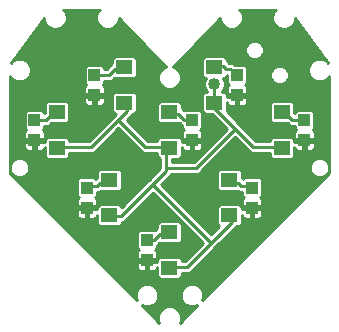
<source format=gtl>
G75*
%MOIN*%
%OFA0B0*%
%FSLAX25Y25*%
%IPPOS*%
%LPD*%
%AMOC8*
5,1,8,0,0,1.08239X$1,22.5*
%
%ADD10R,0.05512X0.04724*%
%ADD11R,0.03937X0.04331*%
%ADD12C,0.04000*%
%ADD13C,0.01000*%
%ADD14C,0.03500*%
D10*
X0188333Y0115344D03*
X0188333Y0127156D03*
X0168333Y0132844D03*
X0168333Y0144656D03*
X0150833Y0155344D03*
X0150833Y0167156D03*
X0173333Y0170344D03*
X0188333Y0167156D03*
X0203333Y0170344D03*
X0225833Y0167156D03*
X0225833Y0155344D03*
X0208333Y0144656D03*
X0188333Y0155344D03*
X0208333Y0132844D03*
X0203333Y0182156D03*
X0173333Y0182156D03*
D11*
X0163333Y0179596D03*
X0163333Y0172904D03*
X0143333Y0164596D03*
X0143333Y0157904D03*
X0160833Y0142096D03*
X0160833Y0135404D03*
X0180833Y0124596D03*
X0180833Y0117904D03*
X0215833Y0135404D03*
X0215833Y0142096D03*
X0233333Y0157904D03*
X0233333Y0164596D03*
X0210833Y0172904D03*
X0210833Y0179596D03*
X0195833Y0164596D03*
X0195833Y0157904D03*
D12*
X0203333Y0176500D03*
D13*
X0179156Y0102832D02*
X0184915Y0097072D01*
X0184533Y0097994D01*
X0184533Y0099506D01*
X0185112Y0100903D01*
X0186181Y0101971D01*
X0187577Y0102550D01*
X0189089Y0102550D01*
X0190486Y0101971D01*
X0191555Y0100903D01*
X0192133Y0099506D01*
X0192133Y0097994D01*
X0191751Y0097072D01*
X0197511Y0102832D01*
X0196589Y0102450D01*
X0195077Y0102450D01*
X0193681Y0103029D01*
X0192612Y0104097D01*
X0192033Y0105494D01*
X0192033Y0107006D01*
X0192612Y0108403D01*
X0193681Y0109471D01*
X0195077Y0110050D01*
X0196589Y0110050D01*
X0197986Y0109471D01*
X0199055Y0108403D01*
X0199633Y0107006D01*
X0199633Y0105494D01*
X0199251Y0104572D01*
X0241633Y0146954D01*
X0241633Y0179287D01*
X0241555Y0179097D01*
X0240486Y0178029D01*
X0239089Y0177450D01*
X0237577Y0177450D01*
X0236181Y0178029D01*
X0235112Y0179097D01*
X0234533Y0180494D01*
X0234533Y0182006D01*
X0235112Y0183403D01*
X0236181Y0184471D01*
X0237577Y0185050D01*
X0239089Y0185050D01*
X0240486Y0184471D01*
X0241243Y0183714D01*
X0230258Y0198520D01*
X0230258Y0197994D01*
X0229680Y0196597D01*
X0228611Y0195529D01*
X0227214Y0194950D01*
X0225702Y0194950D01*
X0224306Y0195529D01*
X0223237Y0196597D01*
X0222658Y0197994D01*
X0222658Y0199506D01*
X0223237Y0200903D01*
X0223759Y0201425D01*
X0211657Y0201425D01*
X0212180Y0200903D01*
X0212758Y0199506D01*
X0212758Y0197994D01*
X0212180Y0196597D01*
X0211111Y0195529D01*
X0209714Y0194950D01*
X0208202Y0194950D01*
X0206806Y0195529D01*
X0205737Y0196597D01*
X0205158Y0197994D01*
X0205158Y0198691D01*
X0190022Y0183050D01*
X0190022Y0183018D01*
X0189535Y0182548D01*
X0189409Y0182417D01*
X0190486Y0181971D01*
X0191555Y0180903D01*
X0192133Y0179506D01*
X0192133Y0177994D01*
X0191555Y0176597D01*
X0190486Y0175529D01*
X0189089Y0174950D01*
X0187577Y0174950D01*
X0186181Y0175529D01*
X0185112Y0176597D01*
X0184533Y0177994D01*
X0184533Y0179506D01*
X0185112Y0180903D01*
X0186181Y0181971D01*
X0187257Y0182417D01*
X0187131Y0182548D01*
X0186645Y0183018D01*
X0186645Y0183050D01*
X0171508Y0198691D01*
X0171508Y0197994D01*
X0170930Y0196597D01*
X0169861Y0195529D01*
X0168464Y0194950D01*
X0166952Y0194950D01*
X0165556Y0195529D01*
X0164487Y0196597D01*
X0163908Y0197994D01*
X0163908Y0199506D01*
X0164487Y0200903D01*
X0165009Y0201425D01*
X0152907Y0201425D01*
X0153430Y0200903D01*
X0154008Y0199506D01*
X0154008Y0197994D01*
X0153430Y0196597D01*
X0152361Y0195529D01*
X0150964Y0194950D01*
X0149452Y0194950D01*
X0148056Y0195529D01*
X0146987Y0196597D01*
X0146408Y0197994D01*
X0146408Y0198520D01*
X0135424Y0183714D01*
X0136181Y0184471D01*
X0137577Y0185050D01*
X0139089Y0185050D01*
X0140486Y0184471D01*
X0141555Y0183403D01*
X0142133Y0182006D01*
X0142133Y0180494D01*
X0141555Y0179097D01*
X0140486Y0178029D01*
X0139089Y0177450D01*
X0137577Y0177450D01*
X0136181Y0178029D01*
X0135112Y0179097D01*
X0135033Y0179287D01*
X0135033Y0146954D01*
X0177415Y0104572D01*
X0177033Y0105494D01*
X0177033Y0107006D01*
X0177612Y0108403D01*
X0178681Y0109471D01*
X0180077Y0110050D01*
X0181589Y0110050D01*
X0182986Y0109471D01*
X0184055Y0108403D01*
X0184633Y0107006D01*
X0184633Y0105494D01*
X0184055Y0104097D01*
X0182986Y0103029D01*
X0181589Y0102450D01*
X0180077Y0102450D01*
X0179156Y0102832D01*
X0179266Y0102722D02*
X0179421Y0102722D01*
X0180264Y0101723D02*
X0185933Y0101723D01*
X0185038Y0100725D02*
X0181263Y0100725D01*
X0182261Y0099726D02*
X0184625Y0099726D01*
X0184533Y0098728D02*
X0183260Y0098728D01*
X0184258Y0097729D02*
X0184643Y0097729D01*
X0190734Y0101723D02*
X0196402Y0101723D01*
X0197245Y0102722D02*
X0197401Y0102722D01*
X0199312Y0104719D02*
X0199398Y0104719D01*
X0199633Y0105717D02*
X0200396Y0105717D01*
X0199633Y0106716D02*
X0201395Y0106716D01*
X0202393Y0107714D02*
X0199340Y0107714D01*
X0198745Y0108713D02*
X0203392Y0108713D01*
X0204390Y0109711D02*
X0197407Y0109711D01*
X0194260Y0109711D02*
X0182407Y0109711D01*
X0183745Y0108713D02*
X0192922Y0108713D01*
X0192327Y0107714D02*
X0184340Y0107714D01*
X0184633Y0106716D02*
X0192033Y0106716D01*
X0192033Y0105717D02*
X0184633Y0105717D01*
X0184312Y0104719D02*
X0192355Y0104719D01*
X0192989Y0103720D02*
X0183678Y0103720D01*
X0182245Y0102722D02*
X0194421Y0102722D01*
X0195404Y0100725D02*
X0191628Y0100725D01*
X0192042Y0099726D02*
X0194405Y0099726D01*
X0193407Y0098728D02*
X0192133Y0098728D01*
X0192024Y0097729D02*
X0192408Y0097729D01*
X0177355Y0104719D02*
X0177269Y0104719D01*
X0177033Y0105717D02*
X0176270Y0105717D01*
X0177033Y0106716D02*
X0175272Y0106716D01*
X0174273Y0107714D02*
X0177327Y0107714D01*
X0177922Y0108713D02*
X0173275Y0108713D01*
X0172276Y0109711D02*
X0179260Y0109711D01*
X0184277Y0112444D02*
X0185039Y0111682D01*
X0191628Y0111682D01*
X0192389Y0112444D01*
X0192389Y0113750D01*
X0195162Y0113750D01*
X0204333Y0122922D01*
X0210162Y0128750D01*
X0210594Y0129182D01*
X0211628Y0129182D01*
X0212389Y0129944D01*
X0212389Y0132950D01*
X0212467Y0132659D01*
X0212665Y0132317D01*
X0212944Y0132038D01*
X0213286Y0131840D01*
X0213667Y0131738D01*
X0215349Y0131738D01*
X0215349Y0134919D01*
X0216318Y0134919D01*
X0216318Y0135888D01*
X0219302Y0135888D01*
X0219302Y0137766D01*
X0219200Y0138148D01*
X0219002Y0138490D01*
X0218723Y0138769D01*
X0218568Y0138859D01*
X0219102Y0139393D01*
X0219102Y0144800D01*
X0218340Y0145562D01*
X0213326Y0145562D01*
X0212838Y0145074D01*
X0212389Y0145523D01*
X0212389Y0147556D01*
X0211628Y0148318D01*
X0205039Y0148318D01*
X0204277Y0147556D01*
X0204277Y0141755D01*
X0205039Y0140993D01*
X0211262Y0140993D01*
X0211505Y0140750D01*
X0212565Y0140750D01*
X0212565Y0139393D01*
X0213099Y0138859D01*
X0212944Y0138769D01*
X0212665Y0138490D01*
X0212467Y0138148D01*
X0212365Y0137766D01*
X0212365Y0135888D01*
X0215349Y0135888D01*
X0215349Y0134919D01*
X0212389Y0134919D01*
X0212389Y0135745D01*
X0211628Y0136507D01*
X0205039Y0136507D01*
X0204277Y0135745D01*
X0204277Y0129944D01*
X0204988Y0129233D01*
X0202333Y0126578D01*
X0185662Y0143250D01*
X0188162Y0145750D01*
X0189162Y0146750D01*
X0198162Y0146750D01*
X0199333Y0147922D01*
X0210333Y0158922D01*
X0215505Y0153750D01*
X0221777Y0153750D01*
X0221777Y0152444D01*
X0222539Y0151682D01*
X0229128Y0151682D01*
X0229889Y0152444D01*
X0229889Y0155450D01*
X0229967Y0155159D01*
X0230165Y0154817D01*
X0230444Y0154538D01*
X0230786Y0154340D01*
X0231167Y0154238D01*
X0232849Y0154238D01*
X0232849Y0157419D01*
X0233818Y0157419D01*
X0233818Y0158388D01*
X0236802Y0158388D01*
X0236802Y0160266D01*
X0236700Y0160648D01*
X0236502Y0160990D01*
X0236223Y0161269D01*
X0236068Y0161359D01*
X0236602Y0161893D01*
X0236602Y0167300D01*
X0235840Y0168062D01*
X0230826Y0168062D01*
X0230065Y0167300D01*
X0230065Y0166847D01*
X0229889Y0167023D01*
X0229889Y0170056D01*
X0229128Y0170818D01*
X0222539Y0170818D01*
X0221777Y0170056D01*
X0221777Y0164255D01*
X0222539Y0163493D01*
X0227762Y0163493D01*
X0228505Y0162750D01*
X0230065Y0162750D01*
X0230065Y0161893D01*
X0230599Y0161359D01*
X0230444Y0161269D01*
X0230165Y0160990D01*
X0229967Y0160648D01*
X0229865Y0160266D01*
X0229865Y0158388D01*
X0232849Y0158388D01*
X0232849Y0157419D01*
X0229889Y0157419D01*
X0229889Y0158245D01*
X0229128Y0159007D01*
X0222539Y0159007D01*
X0221777Y0158245D01*
X0221777Y0157750D01*
X0217162Y0157750D01*
X0211162Y0163750D01*
X0207389Y0167523D01*
X0207389Y0170450D01*
X0207467Y0170159D01*
X0207665Y0169817D01*
X0207944Y0169538D01*
X0208286Y0169340D01*
X0208667Y0169238D01*
X0210349Y0169238D01*
X0210349Y0172419D01*
X0211318Y0172419D01*
X0211318Y0173388D01*
X0214302Y0173388D01*
X0214302Y0175266D01*
X0214200Y0175648D01*
X0214002Y0175990D01*
X0213723Y0176269D01*
X0213568Y0176359D01*
X0214102Y0176893D01*
X0214102Y0182300D01*
X0213340Y0183062D01*
X0209989Y0183062D01*
X0209838Y0183199D01*
X0209287Y0183750D01*
X0209230Y0183750D01*
X0209188Y0183788D01*
X0208409Y0183750D01*
X0208162Y0183750D01*
X0207389Y0184523D01*
X0207389Y0185056D01*
X0206628Y0185818D01*
X0200039Y0185818D01*
X0199277Y0185056D01*
X0199277Y0179255D01*
X0200039Y0178493D01*
X0200377Y0178493D01*
X0200366Y0178483D01*
X0199833Y0177196D01*
X0199833Y0175804D01*
X0200366Y0174517D01*
X0200877Y0174007D01*
X0200039Y0174007D01*
X0199277Y0173245D01*
X0199277Y0167444D01*
X0200039Y0166682D01*
X0202573Y0166682D01*
X0207505Y0161750D01*
X0196505Y0150750D01*
X0189333Y0150750D01*
X0189333Y0151682D01*
X0191628Y0151682D01*
X0192389Y0152444D01*
X0192389Y0155450D01*
X0192467Y0155159D01*
X0192665Y0154817D01*
X0192944Y0154538D01*
X0193286Y0154340D01*
X0193667Y0154238D01*
X0195349Y0154238D01*
X0195349Y0157419D01*
X0196318Y0157419D01*
X0196318Y0158388D01*
X0199302Y0158388D01*
X0199302Y0160266D01*
X0199200Y0160648D01*
X0199002Y0160990D01*
X0198723Y0161269D01*
X0198568Y0161359D01*
X0199102Y0161893D01*
X0199102Y0167300D01*
X0198340Y0168062D01*
X0193326Y0168062D01*
X0193088Y0167824D01*
X0192389Y0168523D01*
X0192389Y0170056D01*
X0191628Y0170818D01*
X0185039Y0170818D01*
X0184277Y0170056D01*
X0184277Y0164255D01*
X0185039Y0163493D01*
X0191628Y0163493D01*
X0191695Y0163560D01*
X0192505Y0162750D01*
X0192565Y0162750D01*
X0192565Y0161893D01*
X0193099Y0161359D01*
X0192944Y0161269D01*
X0192665Y0160990D01*
X0192467Y0160648D01*
X0192365Y0160266D01*
X0192365Y0158388D01*
X0195349Y0158388D01*
X0195349Y0157419D01*
X0192389Y0157419D01*
X0192389Y0158245D01*
X0191628Y0159007D01*
X0185039Y0159007D01*
X0184277Y0158245D01*
X0184277Y0157750D01*
X0181162Y0157750D01*
X0174162Y0164750D01*
X0175162Y0165750D01*
X0176094Y0166682D01*
X0176628Y0166682D01*
X0177389Y0167444D01*
X0177389Y0173245D01*
X0176628Y0174007D01*
X0170039Y0174007D01*
X0169277Y0173245D01*
X0169277Y0167444D01*
X0170039Y0166682D01*
X0170437Y0166682D01*
X0161505Y0157750D01*
X0154889Y0157750D01*
X0154889Y0158245D01*
X0154128Y0159007D01*
X0147539Y0159007D01*
X0146777Y0158245D01*
X0146777Y0157419D01*
X0143818Y0157419D01*
X0143818Y0158388D01*
X0146802Y0158388D01*
X0146802Y0160266D01*
X0146700Y0160648D01*
X0146502Y0160990D01*
X0146223Y0161269D01*
X0146068Y0161359D01*
X0146602Y0161893D01*
X0146602Y0162750D01*
X0148162Y0162750D01*
X0148905Y0163493D01*
X0154128Y0163493D01*
X0154889Y0164255D01*
X0154889Y0170056D01*
X0154128Y0170818D01*
X0147539Y0170818D01*
X0146777Y0170056D01*
X0146777Y0167023D01*
X0146602Y0166847D01*
X0146602Y0167300D01*
X0145840Y0168062D01*
X0140826Y0168062D01*
X0140065Y0167300D01*
X0140065Y0161893D01*
X0140599Y0161359D01*
X0140444Y0161269D01*
X0140165Y0160990D01*
X0139967Y0160648D01*
X0139865Y0160266D01*
X0139865Y0158388D01*
X0142849Y0158388D01*
X0142849Y0157419D01*
X0143818Y0157419D01*
X0143818Y0154238D01*
X0145499Y0154238D01*
X0145881Y0154340D01*
X0146223Y0154538D01*
X0146502Y0154817D01*
X0146700Y0155159D01*
X0146777Y0155450D01*
X0146777Y0152444D01*
X0147539Y0151682D01*
X0154128Y0151682D01*
X0154889Y0152444D01*
X0154889Y0153750D01*
X0163162Y0153750D01*
X0171333Y0161922D01*
X0178333Y0154922D01*
X0179505Y0153750D01*
X0184277Y0153750D01*
X0184277Y0152444D01*
X0185039Y0151682D01*
X0185333Y0151682D01*
X0185333Y0148578D01*
X0181505Y0144750D01*
X0181505Y0144750D01*
X0180333Y0143578D01*
X0172389Y0135634D01*
X0172389Y0135745D01*
X0171628Y0136507D01*
X0165039Y0136507D01*
X0164277Y0135745D01*
X0164277Y0134919D01*
X0161318Y0134919D01*
X0161318Y0135888D01*
X0164302Y0135888D01*
X0164302Y0137766D01*
X0164200Y0138148D01*
X0164002Y0138490D01*
X0163723Y0138769D01*
X0163568Y0138859D01*
X0164102Y0139393D01*
X0164102Y0140750D01*
X0165162Y0140750D01*
X0165405Y0140993D01*
X0171628Y0140993D01*
X0172389Y0141755D01*
X0172389Y0147556D01*
X0171628Y0148318D01*
X0165039Y0148318D01*
X0164277Y0147556D01*
X0164277Y0145523D01*
X0163829Y0145074D01*
X0163340Y0145562D01*
X0158326Y0145562D01*
X0157565Y0144800D01*
X0157565Y0139393D01*
X0158099Y0138859D01*
X0157944Y0138769D01*
X0157665Y0138490D01*
X0157467Y0138148D01*
X0157365Y0137766D01*
X0157365Y0135888D01*
X0160349Y0135888D01*
X0160349Y0134919D01*
X0161318Y0134919D01*
X0161318Y0131738D01*
X0162999Y0131738D01*
X0163381Y0131840D01*
X0163723Y0132038D01*
X0164002Y0132317D01*
X0164200Y0132659D01*
X0164277Y0132950D01*
X0164277Y0129944D01*
X0165039Y0129182D01*
X0171628Y0129182D01*
X0172389Y0129944D01*
X0172389Y0130750D01*
X0173162Y0130750D01*
X0182833Y0140422D01*
X0199505Y0123750D01*
X0193505Y0117750D01*
X0192389Y0117750D01*
X0192389Y0118245D01*
X0191628Y0119007D01*
X0185039Y0119007D01*
X0184277Y0118245D01*
X0184277Y0117419D01*
X0181318Y0117419D01*
X0181318Y0118388D01*
X0184302Y0118388D01*
X0184302Y0120266D01*
X0184200Y0120648D01*
X0184002Y0120990D01*
X0183723Y0121269D01*
X0183568Y0121359D01*
X0184102Y0121893D01*
X0184102Y0122750D01*
X0184162Y0122750D01*
X0184972Y0123560D01*
X0185039Y0123493D01*
X0191628Y0123493D01*
X0192389Y0124255D01*
X0192389Y0130056D01*
X0191628Y0130818D01*
X0185039Y0130818D01*
X0184277Y0130056D01*
X0184277Y0128523D01*
X0183579Y0127824D01*
X0183340Y0128062D01*
X0178326Y0128062D01*
X0177565Y0127300D01*
X0177565Y0121893D01*
X0178099Y0121359D01*
X0177944Y0121269D01*
X0177665Y0120990D01*
X0177467Y0120648D01*
X0177365Y0120266D01*
X0177365Y0118388D01*
X0180349Y0118388D01*
X0180349Y0117419D01*
X0181318Y0117419D01*
X0181318Y0114238D01*
X0182999Y0114238D01*
X0183381Y0114340D01*
X0183723Y0114538D01*
X0184002Y0114817D01*
X0184200Y0115159D01*
X0184277Y0115450D01*
X0184277Y0112444D01*
X0184277Y0112707D02*
X0169281Y0112707D01*
X0170279Y0111708D02*
X0185013Y0111708D01*
X0184277Y0113705D02*
X0168282Y0113705D01*
X0167284Y0114704D02*
X0177778Y0114704D01*
X0177665Y0114817D02*
X0177944Y0114538D01*
X0178286Y0114340D01*
X0178667Y0114238D01*
X0180349Y0114238D01*
X0180349Y0117419D01*
X0177365Y0117419D01*
X0177365Y0115541D01*
X0177467Y0115159D01*
X0177665Y0114817D01*
X0177365Y0115702D02*
X0166285Y0115702D01*
X0165287Y0116701D02*
X0177365Y0116701D01*
X0177365Y0118698D02*
X0163290Y0118698D01*
X0164288Y0117699D02*
X0180349Y0117699D01*
X0181318Y0117699D02*
X0184277Y0117699D01*
X0184302Y0118698D02*
X0184730Y0118698D01*
X0184302Y0119696D02*
X0195451Y0119696D01*
X0194453Y0118698D02*
X0191936Y0118698D01*
X0194333Y0115750D02*
X0188333Y0115750D01*
X0188333Y0115344D01*
X0184277Y0114704D02*
X0183889Y0114704D01*
X0181318Y0114704D02*
X0180349Y0114704D01*
X0180349Y0115702D02*
X0181318Y0115702D01*
X0181318Y0116701D02*
X0180349Y0116701D01*
X0177365Y0119696D02*
X0162291Y0119696D01*
X0161293Y0120695D02*
X0177494Y0120695D01*
X0177764Y0121693D02*
X0160294Y0121693D01*
X0159296Y0122692D02*
X0177565Y0122692D01*
X0177565Y0123690D02*
X0158297Y0123690D01*
X0157299Y0124689D02*
X0177565Y0124689D01*
X0177565Y0125687D02*
X0156300Y0125687D01*
X0155301Y0126686D02*
X0177565Y0126686D01*
X0177949Y0127684D02*
X0154303Y0127684D01*
X0153304Y0128683D02*
X0184277Y0128683D01*
X0184277Y0129682D02*
X0172127Y0129682D01*
X0172389Y0130680D02*
X0184901Y0130680D01*
X0190578Y0132677D02*
X0175089Y0132677D01*
X0176087Y0133676D02*
X0189579Y0133676D01*
X0188581Y0134674D02*
X0177086Y0134674D01*
X0178084Y0135673D02*
X0187582Y0135673D01*
X0186584Y0136671D02*
X0179083Y0136671D01*
X0180081Y0137670D02*
X0185585Y0137670D01*
X0184587Y0138668D02*
X0181080Y0138668D01*
X0182078Y0139667D02*
X0183588Y0139667D01*
X0183333Y0142750D02*
X0182333Y0142750D01*
X0172333Y0132750D01*
X0168333Y0132750D01*
X0168333Y0132844D01*
X0164277Y0132677D02*
X0164204Y0132677D01*
X0164277Y0131679D02*
X0150309Y0131679D01*
X0149310Y0132677D02*
X0157462Y0132677D01*
X0157467Y0132659D02*
X0157665Y0132317D01*
X0157944Y0132038D01*
X0158286Y0131840D01*
X0158667Y0131738D01*
X0160349Y0131738D01*
X0160349Y0134919D01*
X0157365Y0134919D01*
X0157365Y0133041D01*
X0157467Y0132659D01*
X0157365Y0133676D02*
X0148312Y0133676D01*
X0147313Y0134674D02*
X0157365Y0134674D01*
X0157365Y0136671D02*
X0145316Y0136671D01*
X0144318Y0137670D02*
X0157365Y0137670D01*
X0157843Y0138668D02*
X0143319Y0138668D01*
X0142321Y0139667D02*
X0157565Y0139667D01*
X0157565Y0140665D02*
X0141322Y0140665D01*
X0140324Y0141664D02*
X0157565Y0141664D01*
X0157565Y0142662D02*
X0139325Y0142662D01*
X0138327Y0143661D02*
X0157565Y0143661D01*
X0157565Y0144659D02*
X0137328Y0144659D01*
X0137677Y0145450D02*
X0136464Y0145952D01*
X0135536Y0146881D01*
X0135033Y0148094D01*
X0135033Y0149406D01*
X0135536Y0150619D01*
X0136464Y0151548D01*
X0137677Y0152050D01*
X0138990Y0152050D01*
X0140203Y0151548D01*
X0141131Y0150619D01*
X0141633Y0149406D01*
X0141633Y0148094D01*
X0141131Y0146881D01*
X0140203Y0145952D01*
X0138990Y0145450D01*
X0137677Y0145450D01*
X0137175Y0145658D02*
X0136330Y0145658D01*
X0135760Y0146656D02*
X0135331Y0146656D01*
X0135215Y0147655D02*
X0135033Y0147655D01*
X0135033Y0148653D02*
X0135033Y0148653D01*
X0135033Y0149652D02*
X0135135Y0149652D01*
X0135033Y0150650D02*
X0135567Y0150650D01*
X0135033Y0151649D02*
X0136708Y0151649D01*
X0135033Y0152647D02*
X0146777Y0152647D01*
X0146777Y0153646D02*
X0135033Y0153646D01*
X0135033Y0154644D02*
X0140337Y0154644D01*
X0140444Y0154538D02*
X0140786Y0154340D01*
X0141167Y0154238D01*
X0142849Y0154238D01*
X0142849Y0157419D01*
X0139865Y0157419D01*
X0139865Y0155541D01*
X0139967Y0155159D01*
X0140165Y0154817D01*
X0140444Y0154538D01*
X0139865Y0155643D02*
X0135033Y0155643D01*
X0135033Y0156641D02*
X0139865Y0156641D01*
X0139865Y0158638D02*
X0135033Y0158638D01*
X0135033Y0157640D02*
X0142849Y0157640D01*
X0143818Y0157640D02*
X0146777Y0157640D01*
X0146802Y0158638D02*
X0147171Y0158638D01*
X0146802Y0159637D02*
X0163392Y0159637D01*
X0164390Y0160635D02*
X0146703Y0160635D01*
X0146343Y0161634D02*
X0165389Y0161634D01*
X0166387Y0162632D02*
X0146602Y0162632D01*
X0147333Y0164750D02*
X0143333Y0164750D01*
X0143333Y0164596D01*
X0140065Y0164629D02*
X0135033Y0164629D01*
X0135033Y0163631D02*
X0140065Y0163631D01*
X0140065Y0162632D02*
X0135033Y0162632D01*
X0135033Y0161634D02*
X0140324Y0161634D01*
X0139964Y0160635D02*
X0135033Y0160635D01*
X0135033Y0159637D02*
X0139865Y0159637D01*
X0142849Y0156641D02*
X0143818Y0156641D01*
X0143818Y0155643D02*
X0142849Y0155643D01*
X0142849Y0154644D02*
X0143818Y0154644D01*
X0146329Y0154644D02*
X0146777Y0154644D01*
X0150833Y0155344D02*
X0151333Y0155750D01*
X0162333Y0155750D01*
X0171333Y0164750D01*
X0180333Y0155750D01*
X0188333Y0155750D01*
X0188333Y0155344D01*
X0188333Y0154750D01*
X0187333Y0153750D01*
X0187333Y0148750D01*
X0197333Y0148750D01*
X0210333Y0161750D01*
X0216333Y0155750D01*
X0225333Y0155750D01*
X0225833Y0155344D01*
X0229889Y0154644D02*
X0230337Y0154644D01*
X0229889Y0153646D02*
X0241633Y0153646D01*
X0241633Y0154644D02*
X0236329Y0154644D01*
X0236223Y0154538D02*
X0236502Y0154817D01*
X0236700Y0155159D01*
X0236802Y0155541D01*
X0236802Y0157419D01*
X0233818Y0157419D01*
X0233818Y0154238D01*
X0235499Y0154238D01*
X0235881Y0154340D01*
X0236223Y0154538D01*
X0236802Y0155643D02*
X0241633Y0155643D01*
X0241633Y0156641D02*
X0236802Y0156641D01*
X0236802Y0158638D02*
X0241633Y0158638D01*
X0241633Y0157640D02*
X0233818Y0157640D01*
X0232849Y0157640D02*
X0229889Y0157640D01*
X0229865Y0158638D02*
X0229496Y0158638D01*
X0229865Y0159637D02*
X0215275Y0159637D01*
X0214276Y0160635D02*
X0229964Y0160635D01*
X0230324Y0161634D02*
X0213278Y0161634D01*
X0212279Y0162632D02*
X0230065Y0162632D01*
X0229333Y0164750D02*
X0226333Y0167750D01*
X0225833Y0167156D01*
X0221777Y0167625D02*
X0207389Y0167625D01*
X0207389Y0168623D02*
X0221777Y0168623D01*
X0221777Y0169622D02*
X0213807Y0169622D01*
X0213723Y0169538D02*
X0214002Y0169817D01*
X0214200Y0170159D01*
X0214302Y0170541D01*
X0214302Y0172419D01*
X0211318Y0172419D01*
X0211318Y0169238D01*
X0212999Y0169238D01*
X0213381Y0169340D01*
X0213723Y0169538D01*
X0214302Y0170620D02*
X0222342Y0170620D01*
X0221777Y0166626D02*
X0208285Y0166626D01*
X0209284Y0165628D02*
X0221777Y0165628D01*
X0221777Y0164629D02*
X0210282Y0164629D01*
X0211281Y0163631D02*
X0222401Y0163631D01*
X0222171Y0158638D02*
X0216273Y0158638D01*
X0212614Y0156641D02*
X0208053Y0156641D01*
X0207055Y0155643D02*
X0213612Y0155643D01*
X0214611Y0154644D02*
X0206056Y0154644D01*
X0205058Y0153646D02*
X0221777Y0153646D01*
X0221777Y0152647D02*
X0204059Y0152647D01*
X0203061Y0151649D02*
X0236708Y0151649D01*
X0236464Y0151548D02*
X0235536Y0150619D01*
X0235033Y0149406D01*
X0235033Y0148094D01*
X0235536Y0146881D01*
X0236464Y0145952D01*
X0237677Y0145450D01*
X0238990Y0145450D01*
X0240203Y0145952D01*
X0241131Y0146881D01*
X0241633Y0148094D01*
X0241633Y0149406D01*
X0241131Y0150619D01*
X0240203Y0151548D01*
X0238990Y0152050D01*
X0237677Y0152050D01*
X0236464Y0151548D01*
X0235567Y0150650D02*
X0202062Y0150650D01*
X0201063Y0149652D02*
X0235135Y0149652D01*
X0235033Y0148653D02*
X0200065Y0148653D01*
X0199066Y0147655D02*
X0204376Y0147655D01*
X0204277Y0146656D02*
X0189068Y0146656D01*
X0188162Y0145750D02*
X0188162Y0145750D01*
X0188069Y0145658D02*
X0204277Y0145658D01*
X0204277Y0144659D02*
X0187071Y0144659D01*
X0186072Y0143661D02*
X0204277Y0143661D01*
X0204277Y0142662D02*
X0186250Y0142662D01*
X0187248Y0141664D02*
X0204369Y0141664D01*
X0208333Y0143750D02*
X0208333Y0144656D01*
X0208333Y0143750D02*
X0211333Y0143750D01*
X0212333Y0142750D01*
X0215333Y0142750D01*
X0215833Y0142096D01*
X0219102Y0141664D02*
X0236343Y0141664D01*
X0237341Y0142662D02*
X0219102Y0142662D01*
X0219102Y0143661D02*
X0238340Y0143661D01*
X0239338Y0144659D02*
X0219102Y0144659D01*
X0212389Y0145658D02*
X0237175Y0145658D01*
X0235760Y0146656D02*
X0212389Y0146656D01*
X0212291Y0147655D02*
X0235215Y0147655D01*
X0239491Y0145658D02*
X0240337Y0145658D01*
X0240906Y0146656D02*
X0241335Y0146656D01*
X0241452Y0147655D02*
X0241633Y0147655D01*
X0241633Y0148653D02*
X0241633Y0148653D01*
X0241633Y0149652D02*
X0241532Y0149652D01*
X0241633Y0150650D02*
X0241100Y0150650D01*
X0241633Y0151649D02*
X0239958Y0151649D01*
X0241633Y0152647D02*
X0229889Y0152647D01*
X0232849Y0154644D02*
X0233818Y0154644D01*
X0233818Y0155643D02*
X0232849Y0155643D01*
X0232849Y0156641D02*
X0233818Y0156641D01*
X0236802Y0159637D02*
X0241633Y0159637D01*
X0241633Y0160635D02*
X0236703Y0160635D01*
X0236343Y0161634D02*
X0241633Y0161634D01*
X0241633Y0162632D02*
X0236602Y0162632D01*
X0236602Y0163631D02*
X0241633Y0163631D01*
X0241633Y0164629D02*
X0236602Y0164629D01*
X0236602Y0165628D02*
X0241633Y0165628D01*
X0241633Y0166626D02*
X0236602Y0166626D01*
X0236277Y0167625D02*
X0241633Y0167625D01*
X0241633Y0168623D02*
X0229889Y0168623D01*
X0229889Y0167625D02*
X0230389Y0167625D01*
X0229889Y0169622D02*
X0241633Y0169622D01*
X0241633Y0170620D02*
X0229325Y0170620D01*
X0226749Y0176970D02*
X0225620Y0176503D01*
X0224398Y0176503D01*
X0223269Y0176970D01*
X0222405Y0177834D01*
X0221938Y0178963D01*
X0221938Y0180185D01*
X0222405Y0181314D01*
X0223269Y0182178D01*
X0224398Y0182646D01*
X0225620Y0182646D01*
X0226749Y0182178D01*
X0227613Y0181314D01*
X0228081Y0180185D01*
X0228081Y0178963D01*
X0227613Y0177834D01*
X0226749Y0176970D01*
X0227389Y0177610D02*
X0237191Y0177610D01*
X0235601Y0178609D02*
X0227934Y0178609D01*
X0228081Y0179607D02*
X0234901Y0179607D01*
X0234533Y0180606D02*
X0227907Y0180606D01*
X0227323Y0181604D02*
X0234533Y0181604D01*
X0234781Y0182603D02*
X0225724Y0182603D01*
X0224294Y0182603D02*
X0213799Y0182603D01*
X0214102Y0181604D02*
X0222695Y0181604D01*
X0222112Y0180606D02*
X0214102Y0180606D01*
X0214102Y0179607D02*
X0221938Y0179607D01*
X0222084Y0178609D02*
X0214102Y0178609D01*
X0214102Y0177610D02*
X0222629Y0177610D01*
X0224135Y0176612D02*
X0213821Y0176612D01*
X0214209Y0175613D02*
X0241633Y0175613D01*
X0241633Y0174615D02*
X0214302Y0174615D01*
X0214302Y0173616D02*
X0241633Y0173616D01*
X0241633Y0172618D02*
X0211318Y0172618D01*
X0210349Y0172618D02*
X0207389Y0172618D01*
X0207389Y0172419D02*
X0207389Y0173245D01*
X0206628Y0174007D01*
X0205790Y0174007D01*
X0206300Y0174517D01*
X0206833Y0175804D01*
X0206833Y0177196D01*
X0206300Y0178483D01*
X0206290Y0178493D01*
X0206628Y0178493D01*
X0207389Y0179255D01*
X0207389Y0179750D01*
X0207565Y0179750D01*
X0207565Y0176893D01*
X0208099Y0176359D01*
X0207944Y0176269D01*
X0207665Y0175990D01*
X0207467Y0175648D01*
X0207365Y0175266D01*
X0207365Y0173388D01*
X0210349Y0173388D01*
X0210349Y0172419D01*
X0207389Y0172419D01*
X0207365Y0173616D02*
X0207018Y0173616D01*
X0207365Y0174615D02*
X0206341Y0174615D01*
X0206754Y0175613D02*
X0207458Y0175613D01*
X0207846Y0176612D02*
X0206833Y0176612D01*
X0206662Y0177610D02*
X0207565Y0177610D01*
X0207565Y0178609D02*
X0206743Y0178609D01*
X0207389Y0179607D02*
X0207565Y0179607D01*
X0207333Y0181750D02*
X0206333Y0182750D01*
X0203333Y0182750D01*
X0203333Y0182156D01*
X0207333Y0181750D02*
X0208458Y0181750D01*
X0210833Y0179596D01*
X0209436Y0183601D02*
X0235310Y0183601D01*
X0236490Y0184600D02*
X0207389Y0184600D01*
X0206847Y0185598D02*
X0214641Y0185598D01*
X0214918Y0185322D02*
X0216047Y0184854D01*
X0217268Y0184854D01*
X0218397Y0185322D01*
X0219262Y0186186D01*
X0219729Y0187315D01*
X0219729Y0188537D01*
X0219262Y0189666D01*
X0218397Y0190530D01*
X0217268Y0190997D01*
X0216047Y0190997D01*
X0214918Y0190530D01*
X0214053Y0189666D01*
X0213586Y0188537D01*
X0213586Y0187315D01*
X0214053Y0186186D01*
X0214918Y0185322D01*
X0213883Y0186597D02*
X0193454Y0186597D01*
X0194420Y0187595D02*
X0213586Y0187595D01*
X0213609Y0188594D02*
X0195386Y0188594D01*
X0196353Y0189592D02*
X0214023Y0189592D01*
X0215065Y0190591D02*
X0197319Y0190591D01*
X0198285Y0191589D02*
X0235400Y0191589D01*
X0234659Y0192588D02*
X0199252Y0192588D01*
X0200218Y0193586D02*
X0233919Y0193586D01*
X0233178Y0194585D02*
X0201184Y0194585D01*
X0202151Y0195583D02*
X0206751Y0195583D01*
X0205753Y0196582D02*
X0203117Y0196582D01*
X0204083Y0197580D02*
X0205330Y0197580D01*
X0205158Y0198579D02*
X0205049Y0198579D01*
X0211166Y0195583D02*
X0224251Y0195583D01*
X0223253Y0196582D02*
X0212164Y0196582D01*
X0212587Y0197580D02*
X0222830Y0197580D01*
X0222658Y0198579D02*
X0212758Y0198579D01*
X0212729Y0199577D02*
X0222688Y0199577D01*
X0223102Y0200576D02*
X0212315Y0200576D01*
X0228666Y0195583D02*
X0232437Y0195583D01*
X0231696Y0196582D02*
X0229664Y0196582D01*
X0230087Y0197580D02*
X0230955Y0197580D01*
X0236141Y0190591D02*
X0218250Y0190591D01*
X0219292Y0189592D02*
X0236882Y0189592D01*
X0237623Y0188594D02*
X0219706Y0188594D01*
X0219729Y0187595D02*
X0238364Y0187595D01*
X0239104Y0186597D02*
X0219432Y0186597D01*
X0218674Y0185598D02*
X0239845Y0185598D01*
X0240176Y0184600D02*
X0240586Y0184600D01*
X0241066Y0178609D02*
X0241633Y0178609D01*
X0241633Y0177610D02*
X0239476Y0177610D01*
X0241633Y0176612D02*
X0225883Y0176612D01*
X0214302Y0171619D02*
X0241633Y0171619D01*
X0233333Y0164750D02*
X0229333Y0164750D01*
X0233333Y0164750D02*
X0233333Y0164596D01*
X0211318Y0169622D02*
X0210349Y0169622D01*
X0210349Y0170620D02*
X0211318Y0170620D01*
X0211318Y0171619D02*
X0210349Y0171619D01*
X0207860Y0169622D02*
X0207389Y0169622D01*
X0203333Y0170344D02*
X0203333Y0171750D01*
X0202333Y0170750D01*
X0202333Y0169750D01*
X0210333Y0161750D01*
X0207389Y0161634D02*
X0198843Y0161634D01*
X0199102Y0162632D02*
X0206623Y0162632D01*
X0205624Y0163631D02*
X0199102Y0163631D01*
X0199102Y0164629D02*
X0204625Y0164629D01*
X0203627Y0165628D02*
X0199102Y0165628D01*
X0199102Y0166626D02*
X0202628Y0166626D01*
X0199277Y0167625D02*
X0198777Y0167625D01*
X0199277Y0168623D02*
X0192389Y0168623D01*
X0192389Y0169622D02*
X0199277Y0169622D01*
X0199277Y0170620D02*
X0191825Y0170620D01*
X0191333Y0166750D02*
X0188333Y0166750D01*
X0188333Y0167156D01*
X0191333Y0166750D02*
X0193333Y0164750D01*
X0195333Y0164750D01*
X0195833Y0164596D01*
X0192565Y0162632D02*
X0176279Y0162632D01*
X0177278Y0161634D02*
X0192824Y0161634D01*
X0192464Y0160635D02*
X0178276Y0160635D01*
X0179275Y0159637D02*
X0192365Y0159637D01*
X0192365Y0158638D02*
X0191996Y0158638D01*
X0192389Y0157640D02*
X0195349Y0157640D01*
X0196318Y0157640D02*
X0203395Y0157640D01*
X0204393Y0158638D02*
X0199302Y0158638D01*
X0199302Y0159637D02*
X0205392Y0159637D01*
X0206390Y0160635D02*
X0199203Y0160635D01*
X0199302Y0157419D02*
X0196318Y0157419D01*
X0196318Y0154238D01*
X0197999Y0154238D01*
X0198381Y0154340D01*
X0198723Y0154538D01*
X0199002Y0154817D01*
X0199200Y0155159D01*
X0199302Y0155541D01*
X0199302Y0157419D01*
X0199302Y0156641D02*
X0202396Y0156641D01*
X0201398Y0155643D02*
X0199302Y0155643D01*
X0198829Y0154644D02*
X0200399Y0154644D01*
X0199401Y0153646D02*
X0192389Y0153646D01*
X0192389Y0154644D02*
X0192837Y0154644D01*
X0192389Y0152647D02*
X0198402Y0152647D01*
X0197404Y0151649D02*
X0189333Y0151649D01*
X0187333Y0148750D02*
X0187333Y0147750D01*
X0182333Y0142750D01*
X0183333Y0142750D02*
X0202333Y0123750D01*
X0194333Y0115750D01*
X0196116Y0114704D02*
X0209383Y0114704D01*
X0210382Y0115702D02*
X0197114Y0115702D01*
X0198113Y0116701D02*
X0211380Y0116701D01*
X0212379Y0117699D02*
X0199111Y0117699D01*
X0200110Y0118698D02*
X0213377Y0118698D01*
X0214376Y0119696D02*
X0201108Y0119696D01*
X0202107Y0120695D02*
X0215374Y0120695D01*
X0216373Y0121693D02*
X0203105Y0121693D01*
X0204104Y0122692D02*
X0217371Y0122692D01*
X0218370Y0123690D02*
X0205102Y0123690D01*
X0206101Y0124689D02*
X0219368Y0124689D01*
X0220367Y0125687D02*
X0207099Y0125687D01*
X0208098Y0126686D02*
X0221365Y0126686D01*
X0222364Y0127684D02*
X0209096Y0127684D01*
X0210095Y0128683D02*
X0223362Y0128683D01*
X0224361Y0129682D02*
X0212127Y0129682D01*
X0212389Y0130680D02*
X0225359Y0130680D01*
X0226358Y0131679D02*
X0212389Y0131679D01*
X0212389Y0132677D02*
X0212462Y0132677D01*
X0215349Y0132677D02*
X0216318Y0132677D01*
X0216318Y0131738D02*
X0217999Y0131738D01*
X0218381Y0131840D01*
X0218723Y0132038D01*
X0219002Y0132317D01*
X0219200Y0132659D01*
X0219302Y0133041D01*
X0219302Y0134919D01*
X0216318Y0134919D01*
X0216318Y0131738D01*
X0216318Y0133676D02*
X0215349Y0133676D01*
X0215349Y0134674D02*
X0216318Y0134674D01*
X0216318Y0135673D02*
X0230352Y0135673D01*
X0231350Y0136671D02*
X0219302Y0136671D01*
X0219302Y0137670D02*
X0232349Y0137670D01*
X0233347Y0138668D02*
X0218824Y0138668D01*
X0219102Y0139667D02*
X0234346Y0139667D01*
X0235344Y0140665D02*
X0219102Y0140665D01*
X0212565Y0140665D02*
X0188247Y0140665D01*
X0189245Y0139667D02*
X0212565Y0139667D01*
X0212843Y0138668D02*
X0190244Y0138668D01*
X0191242Y0137670D02*
X0212365Y0137670D01*
X0212365Y0136671D02*
X0192241Y0136671D01*
X0193239Y0135673D02*
X0204277Y0135673D01*
X0204277Y0134674D02*
X0194238Y0134674D01*
X0195236Y0133676D02*
X0204277Y0133676D01*
X0204277Y0132677D02*
X0196235Y0132677D01*
X0197233Y0131679D02*
X0204277Y0131679D01*
X0204277Y0130680D02*
X0198232Y0130680D01*
X0199230Y0129682D02*
X0204540Y0129682D01*
X0204438Y0128683D02*
X0200229Y0128683D01*
X0201227Y0127684D02*
X0203439Y0127684D01*
X0202441Y0126686D02*
X0202226Y0126686D01*
X0202333Y0123750D02*
X0209333Y0130750D01*
X0209333Y0131750D01*
X0208333Y0132750D01*
X0208333Y0132844D01*
X0212389Y0135673D02*
X0215349Y0135673D01*
X0219302Y0134674D02*
X0229353Y0134674D01*
X0228355Y0133676D02*
X0219302Y0133676D01*
X0219204Y0132677D02*
X0227356Y0132677D01*
X0199445Y0123690D02*
X0191825Y0123690D01*
X0192389Y0124689D02*
X0198566Y0124689D01*
X0197567Y0125687D02*
X0192389Y0125687D01*
X0192389Y0126686D02*
X0196569Y0126686D01*
X0195570Y0127684D02*
X0192389Y0127684D01*
X0192389Y0128683D02*
X0194572Y0128683D01*
X0193573Y0129682D02*
X0192389Y0129682D01*
X0192575Y0130680D02*
X0191765Y0130680D01*
X0191576Y0131679D02*
X0174090Y0131679D01*
X0172428Y0135673D02*
X0172389Y0135673D01*
X0173426Y0136671D02*
X0164302Y0136671D01*
X0164302Y0137670D02*
X0174425Y0137670D01*
X0175423Y0138668D02*
X0163824Y0138668D01*
X0164102Y0139667D02*
X0176422Y0139667D01*
X0177420Y0140665D02*
X0164102Y0140665D01*
X0164333Y0142750D02*
X0161333Y0142750D01*
X0160833Y0142096D01*
X0164333Y0142750D02*
X0165333Y0143750D01*
X0168333Y0143750D01*
X0168333Y0144656D01*
X0172389Y0144659D02*
X0181414Y0144659D01*
X0180416Y0143661D02*
X0172389Y0143661D01*
X0172389Y0142662D02*
X0179417Y0142662D01*
X0180333Y0143578D02*
X0180333Y0143578D01*
X0178419Y0141664D02*
X0172298Y0141664D01*
X0172389Y0145658D02*
X0182413Y0145658D01*
X0183411Y0146656D02*
X0172389Y0146656D01*
X0172291Y0147655D02*
X0184410Y0147655D01*
X0185333Y0148653D02*
X0141633Y0148653D01*
X0141532Y0149652D02*
X0185333Y0149652D01*
X0185333Y0150650D02*
X0141100Y0150650D01*
X0139958Y0151649D02*
X0185333Y0151649D01*
X0184277Y0152647D02*
X0154889Y0152647D01*
X0154889Y0153646D02*
X0184277Y0153646D01*
X0178611Y0154644D02*
X0164056Y0154644D01*
X0165055Y0155643D02*
X0177612Y0155643D01*
X0176614Y0156641D02*
X0166053Y0156641D01*
X0167052Y0157640D02*
X0175615Y0157640D01*
X0174617Y0158638D02*
X0168050Y0158638D01*
X0169049Y0159637D02*
X0173618Y0159637D01*
X0172620Y0160635D02*
X0170047Y0160635D01*
X0171046Y0161634D02*
X0171621Y0161634D01*
X0175281Y0163631D02*
X0184901Y0163631D01*
X0184277Y0164629D02*
X0174282Y0164629D01*
X0175040Y0165628D02*
X0184277Y0165628D01*
X0184277Y0166626D02*
X0176038Y0166626D01*
X0177389Y0167625D02*
X0184277Y0167625D01*
X0184277Y0168623D02*
X0177389Y0168623D01*
X0177389Y0169622D02*
X0184277Y0169622D01*
X0184842Y0170620D02*
X0177389Y0170620D01*
X0177389Y0171619D02*
X0199277Y0171619D01*
X0199277Y0172618D02*
X0177389Y0172618D01*
X0177018Y0173616D02*
X0199648Y0173616D01*
X0200326Y0174615D02*
X0166802Y0174615D01*
X0166802Y0175266D02*
X0166700Y0175648D01*
X0166502Y0175990D01*
X0166223Y0176269D01*
X0166068Y0176359D01*
X0166602Y0176893D01*
X0166602Y0177750D01*
X0169162Y0177750D01*
X0169972Y0178560D01*
X0170039Y0178493D01*
X0176628Y0178493D01*
X0177389Y0179255D01*
X0177389Y0185056D01*
X0176628Y0185818D01*
X0170039Y0185818D01*
X0169277Y0185056D01*
X0169277Y0183523D01*
X0168333Y0182578D01*
X0167505Y0181750D01*
X0166602Y0181750D01*
X0166602Y0182300D01*
X0165840Y0183062D01*
X0160826Y0183062D01*
X0160065Y0182300D01*
X0160065Y0176893D01*
X0160599Y0176359D01*
X0160444Y0176269D01*
X0160165Y0175990D01*
X0159967Y0175648D01*
X0159865Y0175266D01*
X0159865Y0173388D01*
X0162849Y0173388D01*
X0162849Y0172419D01*
X0163818Y0172419D01*
X0163818Y0173388D01*
X0166802Y0173388D01*
X0166802Y0175266D01*
X0166709Y0175613D02*
X0186096Y0175613D01*
X0185106Y0176612D02*
X0166321Y0176612D01*
X0166602Y0177610D02*
X0184692Y0177610D01*
X0184533Y0178609D02*
X0176743Y0178609D01*
X0177389Y0179607D02*
X0184575Y0179607D01*
X0184989Y0180606D02*
X0177389Y0180606D01*
X0177389Y0181604D02*
X0185813Y0181604D01*
X0187074Y0182603D02*
X0177389Y0182603D01*
X0177389Y0183601D02*
X0186112Y0183601D01*
X0185145Y0184600D02*
X0177389Y0184600D01*
X0176847Y0185598D02*
X0184179Y0185598D01*
X0183213Y0186597D02*
X0137562Y0186597D01*
X0138303Y0187595D02*
X0182246Y0187595D01*
X0181280Y0188594D02*
X0139044Y0188594D01*
X0139785Y0189592D02*
X0180314Y0189592D01*
X0179348Y0190591D02*
X0140525Y0190591D01*
X0141266Y0191589D02*
X0178381Y0191589D01*
X0177415Y0192588D02*
X0142007Y0192588D01*
X0142748Y0193586D02*
X0176449Y0193586D01*
X0175482Y0194585D02*
X0143489Y0194585D01*
X0144230Y0195583D02*
X0148001Y0195583D01*
X0147003Y0196582D02*
X0144970Y0196582D01*
X0145711Y0197580D02*
X0146580Y0197580D01*
X0152416Y0195583D02*
X0165501Y0195583D01*
X0164503Y0196582D02*
X0153414Y0196582D01*
X0153837Y0197580D02*
X0164080Y0197580D01*
X0163908Y0198579D02*
X0154008Y0198579D01*
X0153979Y0199577D02*
X0163938Y0199577D01*
X0164352Y0200576D02*
X0153565Y0200576D01*
X0169916Y0195583D02*
X0174516Y0195583D01*
X0173550Y0196582D02*
X0170914Y0196582D01*
X0171337Y0197580D02*
X0172583Y0197580D01*
X0171617Y0198579D02*
X0171508Y0198579D01*
X0169819Y0185598D02*
X0136821Y0185598D01*
X0136490Y0184600D02*
X0136080Y0184600D01*
X0140176Y0184600D02*
X0169277Y0184600D01*
X0169277Y0183601D02*
X0141356Y0183601D01*
X0141886Y0182603D02*
X0160367Y0182603D01*
X0160065Y0181604D02*
X0142133Y0181604D01*
X0142133Y0180606D02*
X0160065Y0180606D01*
X0160065Y0179607D02*
X0141766Y0179607D01*
X0141066Y0178609D02*
X0160065Y0178609D01*
X0160065Y0177610D02*
X0139476Y0177610D01*
X0137191Y0177610D02*
X0135033Y0177610D01*
X0135033Y0176612D02*
X0160346Y0176612D01*
X0159958Y0175613D02*
X0135033Y0175613D01*
X0135033Y0174615D02*
X0159865Y0174615D01*
X0159865Y0173616D02*
X0135033Y0173616D01*
X0135033Y0172618D02*
X0162849Y0172618D01*
X0162849Y0172419D02*
X0159865Y0172419D01*
X0159865Y0170541D01*
X0159967Y0170159D01*
X0160165Y0169817D01*
X0160444Y0169538D01*
X0160786Y0169340D01*
X0161167Y0169238D01*
X0162849Y0169238D01*
X0162849Y0172419D01*
X0162849Y0171619D02*
X0163818Y0171619D01*
X0163818Y0172419D02*
X0163818Y0169238D01*
X0165499Y0169238D01*
X0165881Y0169340D01*
X0166223Y0169538D01*
X0166502Y0169817D01*
X0166700Y0170159D01*
X0166802Y0170541D01*
X0166802Y0172419D01*
X0163818Y0172419D01*
X0163818Y0172618D02*
X0169277Y0172618D01*
X0169277Y0171619D02*
X0166802Y0171619D01*
X0166802Y0170620D02*
X0169277Y0170620D01*
X0169277Y0169622D02*
X0166307Y0169622D01*
X0163818Y0169622D02*
X0162849Y0169622D01*
X0162849Y0170620D02*
X0163818Y0170620D01*
X0160360Y0169622D02*
X0154889Y0169622D01*
X0154889Y0168623D02*
X0169277Y0168623D01*
X0169277Y0167625D02*
X0154889Y0167625D01*
X0154889Y0166626D02*
X0170381Y0166626D01*
X0169383Y0165628D02*
X0154889Y0165628D01*
X0154889Y0164629D02*
X0168384Y0164629D01*
X0167386Y0163631D02*
X0154265Y0163631D01*
X0150333Y0167750D02*
X0147333Y0164750D01*
X0146777Y0167625D02*
X0146277Y0167625D01*
X0146777Y0168623D02*
X0135033Y0168623D01*
X0135033Y0167625D02*
X0140389Y0167625D01*
X0140065Y0166626D02*
X0135033Y0166626D01*
X0135033Y0165628D02*
X0140065Y0165628D01*
X0135033Y0169622D02*
X0146777Y0169622D01*
X0147342Y0170620D02*
X0135033Y0170620D01*
X0135033Y0171619D02*
X0159865Y0171619D01*
X0159865Y0170620D02*
X0154325Y0170620D01*
X0150333Y0167750D02*
X0150833Y0167156D01*
X0166802Y0173616D02*
X0169648Y0173616D01*
X0173333Y0170344D02*
X0173333Y0169750D01*
X0174333Y0168750D01*
X0174333Y0167750D01*
X0171333Y0164750D01*
X0162393Y0158638D02*
X0154496Y0158638D01*
X0164376Y0147655D02*
X0141452Y0147655D01*
X0140906Y0146656D02*
X0164277Y0146656D01*
X0164277Y0145658D02*
X0139491Y0145658D01*
X0146315Y0135673D02*
X0160349Y0135673D01*
X0161318Y0135673D02*
X0164277Y0135673D01*
X0161318Y0134674D02*
X0160349Y0134674D01*
X0160349Y0133676D02*
X0161318Y0133676D01*
X0161318Y0132677D02*
X0160349Y0132677D01*
X0164277Y0130680D02*
X0151307Y0130680D01*
X0152306Y0129682D02*
X0164540Y0129682D01*
X0180833Y0124596D02*
X0181333Y0124750D01*
X0183333Y0124750D01*
X0185333Y0126750D01*
X0188333Y0126750D01*
X0188333Y0127156D01*
X0184102Y0122692D02*
X0198447Y0122692D01*
X0197448Y0121693D02*
X0183903Y0121693D01*
X0184172Y0120695D02*
X0196450Y0120695D01*
X0192389Y0113705D02*
X0208385Y0113705D01*
X0207386Y0112707D02*
X0192389Y0112707D01*
X0191654Y0111708D02*
X0206387Y0111708D01*
X0205389Y0110710D02*
X0171278Y0110710D01*
X0195349Y0154644D02*
X0196318Y0154644D01*
X0196318Y0155643D02*
X0195349Y0155643D01*
X0195349Y0156641D02*
X0196318Y0156641D01*
X0184671Y0158638D02*
X0180273Y0158638D01*
X0203333Y0171750D02*
X0203333Y0176500D01*
X0199833Y0176612D02*
X0191561Y0176612D01*
X0191974Y0177610D02*
X0200005Y0177610D01*
X0199924Y0178609D02*
X0192133Y0178609D01*
X0192091Y0179607D02*
X0199277Y0179607D01*
X0199277Y0180606D02*
X0191678Y0180606D01*
X0190853Y0181604D02*
X0199277Y0181604D01*
X0199277Y0182603D02*
X0189592Y0182603D01*
X0190555Y0183601D02*
X0199277Y0183601D01*
X0199277Y0184600D02*
X0191521Y0184600D01*
X0192488Y0185598D02*
X0199819Y0185598D01*
X0199912Y0175613D02*
X0190570Y0175613D01*
X0173333Y0181750D02*
X0173333Y0182156D01*
X0173333Y0181750D02*
X0170333Y0181750D01*
X0168333Y0179750D01*
X0163333Y0179750D01*
X0163333Y0179596D01*
X0166299Y0182603D02*
X0168358Y0182603D01*
X0135601Y0178609D02*
X0135033Y0178609D01*
X0209052Y0157640D02*
X0211615Y0157640D01*
X0210617Y0158638D02*
X0210050Y0158638D01*
D14*
X0218333Y0130000D03*
X0158333Y0130000D03*
X0231458Y0188125D03*
X0158333Y0190625D03*
M02*

</source>
